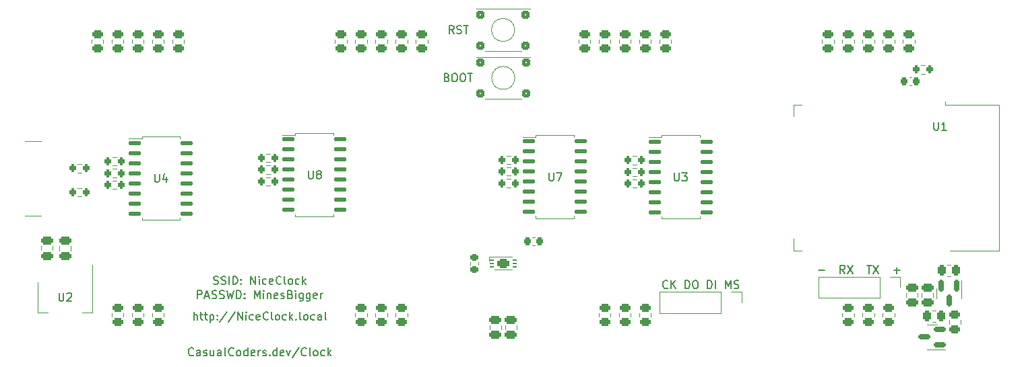
<source format=gbr>
%TF.GenerationSoftware,KiCad,Pcbnew,(6.0.9)*%
%TF.CreationDate,2022-12-22T16:46:14-05:00*%
%TF.ProjectId,Digital Clock PCB 2.0 Module Based,44696769-7461-46c2-9043-6c6f636b2050,rev?*%
%TF.SameCoordinates,Original*%
%TF.FileFunction,Legend,Top*%
%TF.FilePolarity,Positive*%
%FSLAX46Y46*%
G04 Gerber Fmt 4.6, Leading zero omitted, Abs format (unit mm)*
G04 Created by KiCad (PCBNEW (6.0.9)) date 2022-12-22 16:46:14*
%MOMM*%
%LPD*%
G01*
G04 APERTURE LIST*
G04 Aperture macros list*
%AMRoundRect*
0 Rectangle with rounded corners*
0 $1 Rounding radius*
0 $2 $3 $4 $5 $6 $7 $8 $9 X,Y pos of 4 corners*
0 Add a 4 corners polygon primitive as box body*
4,1,4,$2,$3,$4,$5,$6,$7,$8,$9,$2,$3,0*
0 Add four circle primitives for the rounded corners*
1,1,$1+$1,$2,$3*
1,1,$1+$1,$4,$5*
1,1,$1+$1,$6,$7*
1,1,$1+$1,$8,$9*
0 Add four rect primitives between the rounded corners*
20,1,$1+$1,$2,$3,$4,$5,0*
20,1,$1+$1,$4,$5,$6,$7,0*
20,1,$1+$1,$6,$7,$8,$9,0*
20,1,$1+$1,$8,$9,$2,$3,0*%
G04 Aperture macros list end*
%ADD10C,0.150000*%
%ADD11C,0.120000*%
%ADD12RoundRect,0.225000X0.225000X0.250000X-0.225000X0.250000X-0.225000X-0.250000X0.225000X-0.250000X0*%
%ADD13RoundRect,0.250000X0.450000X-0.262500X0.450000X0.262500X-0.450000X0.262500X-0.450000X-0.262500X0*%
%ADD14RoundRect,0.200000X-0.200000X-0.275000X0.200000X-0.275000X0.200000X0.275000X-0.200000X0.275000X0*%
%ADD15RoundRect,0.150000X0.587500X0.150000X-0.587500X0.150000X-0.587500X-0.150000X0.587500X-0.150000X0*%
%ADD16RoundRect,0.137500X-0.662500X-0.137500X0.662500X-0.137500X0.662500X0.137500X-0.662500X0.137500X0*%
%ADD17RoundRect,0.250000X-0.450000X0.262500X-0.450000X-0.262500X0.450000X-0.262500X0.450000X0.262500X0*%
%ADD18RoundRect,0.220000X-0.330000X-0.330000X0.330000X-0.330000X0.330000X0.330000X-0.330000X0.330000X0*%
%ADD19RoundRect,0.250000X0.475000X-0.250000X0.475000X0.250000X-0.475000X0.250000X-0.475000X-0.250000X0*%
%ADD20RoundRect,0.225000X-0.225000X-0.250000X0.225000X-0.250000X0.225000X0.250000X-0.225000X0.250000X0*%
%ADD21RoundRect,0.300000X-0.450000X0.300000X-0.450000X-0.300000X0.450000X-0.300000X0.450000X0.300000X0*%
%ADD22RoundRect,0.055000X-0.195000X0.055000X-0.195000X-0.055000X0.195000X-0.055000X0.195000X0.055000X0*%
%ADD23RoundRect,0.055000X0.195000X-0.055000X0.195000X0.055000X-0.195000X0.055000X-0.195000X-0.055000X0*%
%ADD24R,1.500000X2.000000*%
%ADD25R,3.800000X2.000000*%
%ADD26R,1.700000X1.700000*%
%ADD27O,1.700000X1.700000*%
%ADD28C,0.650000*%
%ADD29R,1.450000X0.600000*%
%ADD30R,1.450000X0.300000*%
%ADD31O,1.600000X1.000000*%
%ADD32O,2.100000X1.000000*%
%ADD33RoundRect,0.250000X0.262500X0.450000X-0.262500X0.450000X-0.262500X-0.450000X0.262500X-0.450000X0*%
%ADD34RoundRect,0.150000X-0.150000X0.587500X-0.150000X-0.587500X0.150000X-0.587500X0.150000X0.587500X0*%
%ADD35RoundRect,0.225000X-0.250000X0.225000X-0.250000X-0.225000X0.250000X-0.225000X0.250000X0.225000X0*%
%ADD36R,0.900000X1.500000*%
%ADD37R,1.500000X0.900000*%
%ADD38C,0.500000*%
%ADD39R,3.900000X3.900000*%
%ADD40C,1.500000*%
G04 APERTURE END LIST*
D10*
X169133285Y-121178580D02*
X169133285Y-120178580D01*
X169561857Y-121178580D02*
X169561857Y-120654771D01*
X169514238Y-120559533D01*
X169419000Y-120511914D01*
X169276142Y-120511914D01*
X169180904Y-120559533D01*
X169133285Y-120607152D01*
X169895190Y-120511914D02*
X170276142Y-120511914D01*
X170038047Y-120178580D02*
X170038047Y-121035723D01*
X170085666Y-121130961D01*
X170180904Y-121178580D01*
X170276142Y-121178580D01*
X170466619Y-120511914D02*
X170847571Y-120511914D01*
X170609476Y-120178580D02*
X170609476Y-121035723D01*
X170657095Y-121130961D01*
X170752333Y-121178580D01*
X170847571Y-121178580D01*
X171180904Y-120511914D02*
X171180904Y-121511914D01*
X171180904Y-120559533D02*
X171276142Y-120511914D01*
X171466619Y-120511914D01*
X171561857Y-120559533D01*
X171609476Y-120607152D01*
X171657095Y-120702390D01*
X171657095Y-120988104D01*
X171609476Y-121083342D01*
X171561857Y-121130961D01*
X171466619Y-121178580D01*
X171276142Y-121178580D01*
X171180904Y-121130961D01*
X172085666Y-121083342D02*
X172133285Y-121130961D01*
X172085666Y-121178580D01*
X172038047Y-121130961D01*
X172085666Y-121083342D01*
X172085666Y-121178580D01*
X172085666Y-120559533D02*
X172133285Y-120607152D01*
X172085666Y-120654771D01*
X172038047Y-120607152D01*
X172085666Y-120559533D01*
X172085666Y-120654771D01*
X173276142Y-120130961D02*
X172419000Y-121416676D01*
X174323761Y-120130961D02*
X173466619Y-121416676D01*
X174657095Y-121178580D02*
X174657095Y-120178580D01*
X175228523Y-121178580D01*
X175228523Y-120178580D01*
X175704714Y-121178580D02*
X175704714Y-120511914D01*
X175704714Y-120178580D02*
X175657095Y-120226200D01*
X175704714Y-120273819D01*
X175752333Y-120226200D01*
X175704714Y-120178580D01*
X175704714Y-120273819D01*
X176609476Y-121130961D02*
X176514238Y-121178580D01*
X176323761Y-121178580D01*
X176228523Y-121130961D01*
X176180904Y-121083342D01*
X176133285Y-120988104D01*
X176133285Y-120702390D01*
X176180904Y-120607152D01*
X176228523Y-120559533D01*
X176323761Y-120511914D01*
X176514238Y-120511914D01*
X176609476Y-120559533D01*
X177419000Y-121130961D02*
X177323761Y-121178580D01*
X177133285Y-121178580D01*
X177038047Y-121130961D01*
X176990428Y-121035723D01*
X176990428Y-120654771D01*
X177038047Y-120559533D01*
X177133285Y-120511914D01*
X177323761Y-120511914D01*
X177419000Y-120559533D01*
X177466619Y-120654771D01*
X177466619Y-120750009D01*
X176990428Y-120845247D01*
X178466619Y-121083342D02*
X178419000Y-121130961D01*
X178276142Y-121178580D01*
X178180904Y-121178580D01*
X178038047Y-121130961D01*
X177942809Y-121035723D01*
X177895190Y-120940485D01*
X177847571Y-120750009D01*
X177847571Y-120607152D01*
X177895190Y-120416676D01*
X177942809Y-120321438D01*
X178038047Y-120226200D01*
X178180904Y-120178580D01*
X178276142Y-120178580D01*
X178419000Y-120226200D01*
X178466619Y-120273819D01*
X179038047Y-121178580D02*
X178942809Y-121130961D01*
X178895190Y-121035723D01*
X178895190Y-120178580D01*
X179561857Y-121178580D02*
X179466619Y-121130961D01*
X179419000Y-121083342D01*
X179371380Y-120988104D01*
X179371380Y-120702390D01*
X179419000Y-120607152D01*
X179466619Y-120559533D01*
X179561857Y-120511914D01*
X179704714Y-120511914D01*
X179799952Y-120559533D01*
X179847571Y-120607152D01*
X179895190Y-120702390D01*
X179895190Y-120988104D01*
X179847571Y-121083342D01*
X179799952Y-121130961D01*
X179704714Y-121178580D01*
X179561857Y-121178580D01*
X180752333Y-121130961D02*
X180657095Y-121178580D01*
X180466619Y-121178580D01*
X180371380Y-121130961D01*
X180323761Y-121083342D01*
X180276142Y-120988104D01*
X180276142Y-120702390D01*
X180323761Y-120607152D01*
X180371380Y-120559533D01*
X180466619Y-120511914D01*
X180657095Y-120511914D01*
X180752333Y-120559533D01*
X181180904Y-121178580D02*
X181180904Y-120178580D01*
X181276142Y-120797628D02*
X181561857Y-121178580D01*
X181561857Y-120511914D02*
X181180904Y-120892866D01*
X181990428Y-121083342D02*
X182038047Y-121130961D01*
X181990428Y-121178580D01*
X181942809Y-121130961D01*
X181990428Y-121083342D01*
X181990428Y-121178580D01*
X182609476Y-121178580D02*
X182514238Y-121130961D01*
X182466619Y-121035723D01*
X182466619Y-120178580D01*
X183133285Y-121178580D02*
X183038047Y-121130961D01*
X182990428Y-121083342D01*
X182942809Y-120988104D01*
X182942809Y-120702390D01*
X182990428Y-120607152D01*
X183038047Y-120559533D01*
X183133285Y-120511914D01*
X183276142Y-120511914D01*
X183371380Y-120559533D01*
X183419000Y-120607152D01*
X183466619Y-120702390D01*
X183466619Y-120988104D01*
X183419000Y-121083342D01*
X183371380Y-121130961D01*
X183276142Y-121178580D01*
X183133285Y-121178580D01*
X184323761Y-121130961D02*
X184228523Y-121178580D01*
X184038047Y-121178580D01*
X183942809Y-121130961D01*
X183895190Y-121083342D01*
X183847571Y-120988104D01*
X183847571Y-120702390D01*
X183895190Y-120607152D01*
X183942809Y-120559533D01*
X184038047Y-120511914D01*
X184228523Y-120511914D01*
X184323761Y-120559533D01*
X185180904Y-121178580D02*
X185180904Y-120654771D01*
X185133285Y-120559533D01*
X185038047Y-120511914D01*
X184847571Y-120511914D01*
X184752333Y-120559533D01*
X185180904Y-121130961D02*
X185085666Y-121178580D01*
X184847571Y-121178580D01*
X184752333Y-121130961D01*
X184704714Y-121035723D01*
X184704714Y-120940485D01*
X184752333Y-120845247D01*
X184847571Y-120797628D01*
X185085666Y-120797628D01*
X185180904Y-120750009D01*
X185799952Y-121178580D02*
X185704714Y-121130961D01*
X185657095Y-121035723D01*
X185657095Y-120178580D01*
X169609476Y-118486180D02*
X169609476Y-117486180D01*
X169990428Y-117486180D01*
X170085666Y-117533800D01*
X170133285Y-117581419D01*
X170180904Y-117676657D01*
X170180904Y-117819514D01*
X170133285Y-117914752D01*
X170085666Y-117962371D01*
X169990428Y-118009990D01*
X169609476Y-118009990D01*
X170561857Y-118200466D02*
X171038047Y-118200466D01*
X170466619Y-118486180D02*
X170799952Y-117486180D01*
X171133285Y-118486180D01*
X171419000Y-118438561D02*
X171561857Y-118486180D01*
X171799952Y-118486180D01*
X171895190Y-118438561D01*
X171942809Y-118390942D01*
X171990428Y-118295704D01*
X171990428Y-118200466D01*
X171942809Y-118105228D01*
X171895190Y-118057609D01*
X171799952Y-118009990D01*
X171609476Y-117962371D01*
X171514238Y-117914752D01*
X171466619Y-117867133D01*
X171419000Y-117771895D01*
X171419000Y-117676657D01*
X171466619Y-117581419D01*
X171514238Y-117533800D01*
X171609476Y-117486180D01*
X171847571Y-117486180D01*
X171990428Y-117533800D01*
X172371380Y-118438561D02*
X172514238Y-118486180D01*
X172752333Y-118486180D01*
X172847571Y-118438561D01*
X172895190Y-118390942D01*
X172942809Y-118295704D01*
X172942809Y-118200466D01*
X172895190Y-118105228D01*
X172847571Y-118057609D01*
X172752333Y-118009990D01*
X172561857Y-117962371D01*
X172466619Y-117914752D01*
X172419000Y-117867133D01*
X172371380Y-117771895D01*
X172371380Y-117676657D01*
X172419000Y-117581419D01*
X172466619Y-117533800D01*
X172561857Y-117486180D01*
X172799952Y-117486180D01*
X172942809Y-117533800D01*
X173276142Y-117486180D02*
X173514238Y-118486180D01*
X173704714Y-117771895D01*
X173895190Y-118486180D01*
X174133285Y-117486180D01*
X174514238Y-118486180D02*
X174514238Y-117486180D01*
X174752333Y-117486180D01*
X174895190Y-117533800D01*
X174990428Y-117629038D01*
X175038047Y-117724276D01*
X175085666Y-117914752D01*
X175085666Y-118057609D01*
X175038047Y-118248085D01*
X174990428Y-118343323D01*
X174895190Y-118438561D01*
X174752333Y-118486180D01*
X174514238Y-118486180D01*
X175514238Y-118390942D02*
X175561857Y-118438561D01*
X175514238Y-118486180D01*
X175466619Y-118438561D01*
X175514238Y-118390942D01*
X175514238Y-118486180D01*
X175514238Y-117867133D02*
X175561857Y-117914752D01*
X175514238Y-117962371D01*
X175466619Y-117914752D01*
X175514238Y-117867133D01*
X175514238Y-117962371D01*
X176752333Y-118486180D02*
X176752333Y-117486180D01*
X177085666Y-118200466D01*
X177419000Y-117486180D01*
X177419000Y-118486180D01*
X177895190Y-118486180D02*
X177895190Y-117819514D01*
X177895190Y-117486180D02*
X177847571Y-117533800D01*
X177895190Y-117581419D01*
X177942809Y-117533800D01*
X177895190Y-117486180D01*
X177895190Y-117581419D01*
X178371380Y-117819514D02*
X178371380Y-118486180D01*
X178371380Y-117914752D02*
X178419000Y-117867133D01*
X178514238Y-117819514D01*
X178657095Y-117819514D01*
X178752333Y-117867133D01*
X178799952Y-117962371D01*
X178799952Y-118486180D01*
X179657095Y-118438561D02*
X179561857Y-118486180D01*
X179371380Y-118486180D01*
X179276142Y-118438561D01*
X179228523Y-118343323D01*
X179228523Y-117962371D01*
X179276142Y-117867133D01*
X179371380Y-117819514D01*
X179561857Y-117819514D01*
X179657095Y-117867133D01*
X179704714Y-117962371D01*
X179704714Y-118057609D01*
X179228523Y-118152847D01*
X180085666Y-118438561D02*
X180180904Y-118486180D01*
X180371380Y-118486180D01*
X180466619Y-118438561D01*
X180514238Y-118343323D01*
X180514238Y-118295704D01*
X180466619Y-118200466D01*
X180371380Y-118152847D01*
X180228523Y-118152847D01*
X180133285Y-118105228D01*
X180085666Y-118009990D01*
X180085666Y-117962371D01*
X180133285Y-117867133D01*
X180228523Y-117819514D01*
X180371380Y-117819514D01*
X180466619Y-117867133D01*
X181276142Y-117962371D02*
X181419000Y-118009990D01*
X181466619Y-118057609D01*
X181514238Y-118152847D01*
X181514238Y-118295704D01*
X181466619Y-118390942D01*
X181419000Y-118438561D01*
X181323761Y-118486180D01*
X180942809Y-118486180D01*
X180942809Y-117486180D01*
X181276142Y-117486180D01*
X181371380Y-117533800D01*
X181419000Y-117581419D01*
X181466619Y-117676657D01*
X181466619Y-117771895D01*
X181419000Y-117867133D01*
X181371380Y-117914752D01*
X181276142Y-117962371D01*
X180942809Y-117962371D01*
X181942809Y-118486180D02*
X181942809Y-117819514D01*
X181942809Y-117486180D02*
X181895190Y-117533800D01*
X181942809Y-117581419D01*
X181990428Y-117533800D01*
X181942809Y-117486180D01*
X181942809Y-117581419D01*
X182847571Y-117819514D02*
X182847571Y-118629038D01*
X182799952Y-118724276D01*
X182752333Y-118771895D01*
X182657095Y-118819514D01*
X182514238Y-118819514D01*
X182419000Y-118771895D01*
X182847571Y-118438561D02*
X182752333Y-118486180D01*
X182561857Y-118486180D01*
X182466619Y-118438561D01*
X182419000Y-118390942D01*
X182371380Y-118295704D01*
X182371380Y-118009990D01*
X182419000Y-117914752D01*
X182466619Y-117867133D01*
X182561857Y-117819514D01*
X182752333Y-117819514D01*
X182847571Y-117867133D01*
X183752333Y-117819514D02*
X183752333Y-118629038D01*
X183704714Y-118724276D01*
X183657095Y-118771895D01*
X183561857Y-118819514D01*
X183419000Y-118819514D01*
X183323761Y-118771895D01*
X183752333Y-118438561D02*
X183657095Y-118486180D01*
X183466619Y-118486180D01*
X183371380Y-118438561D01*
X183323761Y-118390942D01*
X183276142Y-118295704D01*
X183276142Y-118009990D01*
X183323761Y-117914752D01*
X183371380Y-117867133D01*
X183466619Y-117819514D01*
X183657095Y-117819514D01*
X183752333Y-117867133D01*
X184609476Y-118438561D02*
X184514238Y-118486180D01*
X184323761Y-118486180D01*
X184228523Y-118438561D01*
X184180904Y-118343323D01*
X184180904Y-117962371D01*
X184228523Y-117867133D01*
X184323761Y-117819514D01*
X184514238Y-117819514D01*
X184609476Y-117867133D01*
X184657095Y-117962371D01*
X184657095Y-118057609D01*
X184180904Y-118152847D01*
X185085666Y-118486180D02*
X185085666Y-117819514D01*
X185085666Y-118009990D02*
X185133285Y-117914752D01*
X185180904Y-117867133D01*
X185276142Y-117819514D01*
X185371380Y-117819514D01*
X171633285Y-116635161D02*
X171776142Y-116682780D01*
X172014238Y-116682780D01*
X172109476Y-116635161D01*
X172157095Y-116587542D01*
X172204714Y-116492304D01*
X172204714Y-116397066D01*
X172157095Y-116301828D01*
X172109476Y-116254209D01*
X172014238Y-116206590D01*
X171823761Y-116158971D01*
X171728523Y-116111352D01*
X171680904Y-116063733D01*
X171633285Y-115968495D01*
X171633285Y-115873257D01*
X171680904Y-115778019D01*
X171728523Y-115730400D01*
X171823761Y-115682780D01*
X172061857Y-115682780D01*
X172204714Y-115730400D01*
X172585666Y-116635161D02*
X172728523Y-116682780D01*
X172966619Y-116682780D01*
X173061857Y-116635161D01*
X173109476Y-116587542D01*
X173157095Y-116492304D01*
X173157095Y-116397066D01*
X173109476Y-116301828D01*
X173061857Y-116254209D01*
X172966619Y-116206590D01*
X172776142Y-116158971D01*
X172680904Y-116111352D01*
X172633285Y-116063733D01*
X172585666Y-115968495D01*
X172585666Y-115873257D01*
X172633285Y-115778019D01*
X172680904Y-115730400D01*
X172776142Y-115682780D01*
X173014238Y-115682780D01*
X173157095Y-115730400D01*
X173585666Y-116682780D02*
X173585666Y-115682780D01*
X174061857Y-116682780D02*
X174061857Y-115682780D01*
X174299952Y-115682780D01*
X174442809Y-115730400D01*
X174538047Y-115825638D01*
X174585666Y-115920876D01*
X174633285Y-116111352D01*
X174633285Y-116254209D01*
X174585666Y-116444685D01*
X174538047Y-116539923D01*
X174442809Y-116635161D01*
X174299952Y-116682780D01*
X174061857Y-116682780D01*
X175061857Y-116587542D02*
X175109476Y-116635161D01*
X175061857Y-116682780D01*
X175014238Y-116635161D01*
X175061857Y-116587542D01*
X175061857Y-116682780D01*
X175061857Y-116063733D02*
X175109476Y-116111352D01*
X175061857Y-116158971D01*
X175014238Y-116111352D01*
X175061857Y-116063733D01*
X175061857Y-116158971D01*
X176299952Y-116682780D02*
X176299952Y-115682780D01*
X176871380Y-116682780D01*
X176871380Y-115682780D01*
X177347571Y-116682780D02*
X177347571Y-116016114D01*
X177347571Y-115682780D02*
X177299952Y-115730400D01*
X177347571Y-115778019D01*
X177395190Y-115730400D01*
X177347571Y-115682780D01*
X177347571Y-115778019D01*
X178252333Y-116635161D02*
X178157095Y-116682780D01*
X177966619Y-116682780D01*
X177871380Y-116635161D01*
X177823761Y-116587542D01*
X177776142Y-116492304D01*
X177776142Y-116206590D01*
X177823761Y-116111352D01*
X177871380Y-116063733D01*
X177966619Y-116016114D01*
X178157095Y-116016114D01*
X178252333Y-116063733D01*
X179061857Y-116635161D02*
X178966619Y-116682780D01*
X178776142Y-116682780D01*
X178680904Y-116635161D01*
X178633285Y-116539923D01*
X178633285Y-116158971D01*
X178680904Y-116063733D01*
X178776142Y-116016114D01*
X178966619Y-116016114D01*
X179061857Y-116063733D01*
X179109476Y-116158971D01*
X179109476Y-116254209D01*
X178633285Y-116349447D01*
X180109476Y-116587542D02*
X180061857Y-116635161D01*
X179919000Y-116682780D01*
X179823761Y-116682780D01*
X179680904Y-116635161D01*
X179585666Y-116539923D01*
X179538047Y-116444685D01*
X179490428Y-116254209D01*
X179490428Y-116111352D01*
X179538047Y-115920876D01*
X179585666Y-115825638D01*
X179680904Y-115730400D01*
X179823761Y-115682780D01*
X179919000Y-115682780D01*
X180061857Y-115730400D01*
X180109476Y-115778019D01*
X180680904Y-116682780D02*
X180585666Y-116635161D01*
X180538047Y-116539923D01*
X180538047Y-115682780D01*
X181204714Y-116682780D02*
X181109476Y-116635161D01*
X181061857Y-116587542D01*
X181014238Y-116492304D01*
X181014238Y-116206590D01*
X181061857Y-116111352D01*
X181109476Y-116063733D01*
X181204714Y-116016114D01*
X181347571Y-116016114D01*
X181442809Y-116063733D01*
X181490428Y-116111352D01*
X181538047Y-116206590D01*
X181538047Y-116492304D01*
X181490428Y-116587542D01*
X181442809Y-116635161D01*
X181347571Y-116682780D01*
X181204714Y-116682780D01*
X182395190Y-116635161D02*
X182299952Y-116682780D01*
X182109476Y-116682780D01*
X182014238Y-116635161D01*
X181966619Y-116587542D01*
X181919000Y-116492304D01*
X181919000Y-116206590D01*
X181966619Y-116111352D01*
X182014238Y-116063733D01*
X182109476Y-116016114D01*
X182299952Y-116016114D01*
X182395190Y-116063733D01*
X182823761Y-116682780D02*
X182823761Y-115682780D01*
X182919000Y-116301828D02*
X183204714Y-116682780D01*
X183204714Y-116016114D02*
X182823761Y-116397066D01*
X169085666Y-125604542D02*
X169038047Y-125652161D01*
X168895190Y-125699780D01*
X168799952Y-125699780D01*
X168657095Y-125652161D01*
X168561857Y-125556923D01*
X168514238Y-125461685D01*
X168466619Y-125271209D01*
X168466619Y-125128352D01*
X168514238Y-124937876D01*
X168561857Y-124842638D01*
X168657095Y-124747400D01*
X168799952Y-124699780D01*
X168895190Y-124699780D01*
X169038047Y-124747400D01*
X169085666Y-124795019D01*
X169942809Y-125699780D02*
X169942809Y-125175971D01*
X169895190Y-125080733D01*
X169799952Y-125033114D01*
X169609476Y-125033114D01*
X169514238Y-125080733D01*
X169942809Y-125652161D02*
X169847571Y-125699780D01*
X169609476Y-125699780D01*
X169514238Y-125652161D01*
X169466619Y-125556923D01*
X169466619Y-125461685D01*
X169514238Y-125366447D01*
X169609476Y-125318828D01*
X169847571Y-125318828D01*
X169942809Y-125271209D01*
X170371380Y-125652161D02*
X170466619Y-125699780D01*
X170657095Y-125699780D01*
X170752333Y-125652161D01*
X170799952Y-125556923D01*
X170799952Y-125509304D01*
X170752333Y-125414066D01*
X170657095Y-125366447D01*
X170514238Y-125366447D01*
X170419000Y-125318828D01*
X170371380Y-125223590D01*
X170371380Y-125175971D01*
X170419000Y-125080733D01*
X170514238Y-125033114D01*
X170657095Y-125033114D01*
X170752333Y-125080733D01*
X171657095Y-125033114D02*
X171657095Y-125699780D01*
X171228523Y-125033114D02*
X171228523Y-125556923D01*
X171276142Y-125652161D01*
X171371380Y-125699780D01*
X171514238Y-125699780D01*
X171609476Y-125652161D01*
X171657095Y-125604542D01*
X172561857Y-125699780D02*
X172561857Y-125175971D01*
X172514238Y-125080733D01*
X172419000Y-125033114D01*
X172228523Y-125033114D01*
X172133285Y-125080733D01*
X172561857Y-125652161D02*
X172466619Y-125699780D01*
X172228523Y-125699780D01*
X172133285Y-125652161D01*
X172085666Y-125556923D01*
X172085666Y-125461685D01*
X172133285Y-125366447D01*
X172228523Y-125318828D01*
X172466619Y-125318828D01*
X172561857Y-125271209D01*
X173180904Y-125699780D02*
X173085666Y-125652161D01*
X173038047Y-125556923D01*
X173038047Y-124699780D01*
X174133285Y-125604542D02*
X174085666Y-125652161D01*
X173942809Y-125699780D01*
X173847571Y-125699780D01*
X173704714Y-125652161D01*
X173609476Y-125556923D01*
X173561857Y-125461685D01*
X173514238Y-125271209D01*
X173514238Y-125128352D01*
X173561857Y-124937876D01*
X173609476Y-124842638D01*
X173704714Y-124747400D01*
X173847571Y-124699780D01*
X173942809Y-124699780D01*
X174085666Y-124747400D01*
X174133285Y-124795019D01*
X174704714Y-125699780D02*
X174609476Y-125652161D01*
X174561857Y-125604542D01*
X174514238Y-125509304D01*
X174514238Y-125223590D01*
X174561857Y-125128352D01*
X174609476Y-125080733D01*
X174704714Y-125033114D01*
X174847571Y-125033114D01*
X174942809Y-125080733D01*
X174990428Y-125128352D01*
X175038047Y-125223590D01*
X175038047Y-125509304D01*
X174990428Y-125604542D01*
X174942809Y-125652161D01*
X174847571Y-125699780D01*
X174704714Y-125699780D01*
X175895190Y-125699780D02*
X175895190Y-124699780D01*
X175895190Y-125652161D02*
X175799952Y-125699780D01*
X175609476Y-125699780D01*
X175514238Y-125652161D01*
X175466619Y-125604542D01*
X175419000Y-125509304D01*
X175419000Y-125223590D01*
X175466619Y-125128352D01*
X175514238Y-125080733D01*
X175609476Y-125033114D01*
X175799952Y-125033114D01*
X175895190Y-125080733D01*
X176752333Y-125652161D02*
X176657095Y-125699780D01*
X176466619Y-125699780D01*
X176371380Y-125652161D01*
X176323761Y-125556923D01*
X176323761Y-125175971D01*
X176371380Y-125080733D01*
X176466619Y-125033114D01*
X176657095Y-125033114D01*
X176752333Y-125080733D01*
X176799952Y-125175971D01*
X176799952Y-125271209D01*
X176323761Y-125366447D01*
X177228523Y-125699780D02*
X177228523Y-125033114D01*
X177228523Y-125223590D02*
X177276142Y-125128352D01*
X177323761Y-125080733D01*
X177419000Y-125033114D01*
X177514238Y-125033114D01*
X177799952Y-125652161D02*
X177895190Y-125699780D01*
X178085666Y-125699780D01*
X178180904Y-125652161D01*
X178228523Y-125556923D01*
X178228523Y-125509304D01*
X178180904Y-125414066D01*
X178085666Y-125366447D01*
X177942809Y-125366447D01*
X177847571Y-125318828D01*
X177799952Y-125223590D01*
X177799952Y-125175971D01*
X177847571Y-125080733D01*
X177942809Y-125033114D01*
X178085666Y-125033114D01*
X178180904Y-125080733D01*
X178657095Y-125604542D02*
X178704714Y-125652161D01*
X178657095Y-125699780D01*
X178609476Y-125652161D01*
X178657095Y-125604542D01*
X178657095Y-125699780D01*
X179561857Y-125699780D02*
X179561857Y-124699780D01*
X179561857Y-125652161D02*
X179466619Y-125699780D01*
X179276142Y-125699780D01*
X179180904Y-125652161D01*
X179133285Y-125604542D01*
X179085666Y-125509304D01*
X179085666Y-125223590D01*
X179133285Y-125128352D01*
X179180904Y-125080733D01*
X179276142Y-125033114D01*
X179466619Y-125033114D01*
X179561857Y-125080733D01*
X180419000Y-125652161D02*
X180323761Y-125699780D01*
X180133285Y-125699780D01*
X180038047Y-125652161D01*
X179990428Y-125556923D01*
X179990428Y-125175971D01*
X180038047Y-125080733D01*
X180133285Y-125033114D01*
X180323761Y-125033114D01*
X180419000Y-125080733D01*
X180466619Y-125175971D01*
X180466619Y-125271209D01*
X179990428Y-125366447D01*
X180799952Y-125033114D02*
X181038047Y-125699780D01*
X181276142Y-125033114D01*
X182371380Y-124652161D02*
X181514238Y-125937876D01*
X183276142Y-125604542D02*
X183228523Y-125652161D01*
X183085666Y-125699780D01*
X182990428Y-125699780D01*
X182847571Y-125652161D01*
X182752333Y-125556923D01*
X182704714Y-125461685D01*
X182657095Y-125271209D01*
X182657095Y-125128352D01*
X182704714Y-124937876D01*
X182752333Y-124842638D01*
X182847571Y-124747400D01*
X182990428Y-124699780D01*
X183085666Y-124699780D01*
X183228523Y-124747400D01*
X183276142Y-124795019D01*
X183847571Y-125699780D02*
X183752333Y-125652161D01*
X183704714Y-125556923D01*
X183704714Y-124699780D01*
X184371380Y-125699780D02*
X184276142Y-125652161D01*
X184228523Y-125604542D01*
X184180904Y-125509304D01*
X184180904Y-125223590D01*
X184228523Y-125128352D01*
X184276142Y-125080733D01*
X184371380Y-125033114D01*
X184514238Y-125033114D01*
X184609476Y-125080733D01*
X184657095Y-125128352D01*
X184704714Y-125223590D01*
X184704714Y-125509304D01*
X184657095Y-125604542D01*
X184609476Y-125652161D01*
X184514238Y-125699780D01*
X184371380Y-125699780D01*
X185561857Y-125652161D02*
X185466619Y-125699780D01*
X185276142Y-125699780D01*
X185180904Y-125652161D01*
X185133285Y-125604542D01*
X185085666Y-125509304D01*
X185085666Y-125223590D01*
X185133285Y-125128352D01*
X185180904Y-125080733D01*
X185276142Y-125033114D01*
X185466619Y-125033114D01*
X185561857Y-125080733D01*
X185990428Y-125699780D02*
X185990428Y-124699780D01*
X186085666Y-125318828D02*
X186371380Y-125699780D01*
X186371380Y-125033114D02*
X185990428Y-125414066D01*
X200953857Y-90631971D02*
X201096714Y-90679590D01*
X201144333Y-90727209D01*
X201191952Y-90822447D01*
X201191952Y-90965304D01*
X201144333Y-91060542D01*
X201096714Y-91108161D01*
X201001476Y-91155780D01*
X200620523Y-91155780D01*
X200620523Y-90155780D01*
X200953857Y-90155780D01*
X201049095Y-90203400D01*
X201096714Y-90251019D01*
X201144333Y-90346257D01*
X201144333Y-90441495D01*
X201096714Y-90536733D01*
X201049095Y-90584352D01*
X200953857Y-90631971D01*
X200620523Y-90631971D01*
X201811000Y-90155780D02*
X202001476Y-90155780D01*
X202096714Y-90203400D01*
X202191952Y-90298638D01*
X202239571Y-90489114D01*
X202239571Y-90822447D01*
X202191952Y-91012923D01*
X202096714Y-91108161D01*
X202001476Y-91155780D01*
X201811000Y-91155780D01*
X201715761Y-91108161D01*
X201620523Y-91012923D01*
X201572904Y-90822447D01*
X201572904Y-90489114D01*
X201620523Y-90298638D01*
X201715761Y-90203400D01*
X201811000Y-90155780D01*
X202858619Y-90155780D02*
X203049095Y-90155780D01*
X203144333Y-90203400D01*
X203239571Y-90298638D01*
X203287190Y-90489114D01*
X203287190Y-90822447D01*
X203239571Y-91012923D01*
X203144333Y-91108161D01*
X203049095Y-91155780D01*
X202858619Y-91155780D01*
X202763380Y-91108161D01*
X202668142Y-91012923D01*
X202620523Y-90822447D01*
X202620523Y-90489114D01*
X202668142Y-90298638D01*
X202763380Y-90203400D01*
X202858619Y-90155780D01*
X203572904Y-90155780D02*
X204144333Y-90155780D01*
X203858619Y-91155780D02*
X203858619Y-90155780D01*
X201814180Y-85110580D02*
X201480847Y-84634390D01*
X201242752Y-85110580D02*
X201242752Y-84110580D01*
X201623704Y-84110580D01*
X201718942Y-84158200D01*
X201766561Y-84205819D01*
X201814180Y-84301057D01*
X201814180Y-84443914D01*
X201766561Y-84539152D01*
X201718942Y-84586771D01*
X201623704Y-84634390D01*
X201242752Y-84634390D01*
X202195133Y-85062961D02*
X202337990Y-85110580D01*
X202576085Y-85110580D01*
X202671323Y-85062961D01*
X202718942Y-85015342D01*
X202766561Y-84920104D01*
X202766561Y-84824866D01*
X202718942Y-84729628D01*
X202671323Y-84682009D01*
X202576085Y-84634390D01*
X202385609Y-84586771D01*
X202290371Y-84539152D01*
X202242752Y-84491533D01*
X202195133Y-84396295D01*
X202195133Y-84301057D01*
X202242752Y-84205819D01*
X202290371Y-84158200D01*
X202385609Y-84110580D01*
X202623704Y-84110580D01*
X202766561Y-84158200D01*
X203052276Y-84110580D02*
X203623704Y-84110580D01*
X203337990Y-85110580D02*
X203337990Y-84110580D01*
X228698942Y-117120942D02*
X228651323Y-117168561D01*
X228508466Y-117216180D01*
X228413228Y-117216180D01*
X228270371Y-117168561D01*
X228175133Y-117073323D01*
X228127514Y-116978085D01*
X228079895Y-116787609D01*
X228079895Y-116644752D01*
X228127514Y-116454276D01*
X228175133Y-116359038D01*
X228270371Y-116263800D01*
X228413228Y-116216180D01*
X228508466Y-116216180D01*
X228651323Y-116263800D01*
X228698942Y-116311419D01*
X229127514Y-117216180D02*
X229127514Y-116216180D01*
X229698942Y-117216180D02*
X229270371Y-116644752D01*
X229698942Y-116216180D02*
X229127514Y-116787609D01*
X230889419Y-117216180D02*
X230889419Y-116216180D01*
X231127514Y-116216180D01*
X231270371Y-116263800D01*
X231365609Y-116359038D01*
X231413228Y-116454276D01*
X231460847Y-116644752D01*
X231460847Y-116787609D01*
X231413228Y-116978085D01*
X231365609Y-117073323D01*
X231270371Y-117168561D01*
X231127514Y-117216180D01*
X230889419Y-117216180D01*
X232079895Y-116216180D02*
X232270371Y-116216180D01*
X232365609Y-116263800D01*
X232460847Y-116359038D01*
X232508466Y-116549514D01*
X232508466Y-116882847D01*
X232460847Y-117073323D01*
X232365609Y-117168561D01*
X232270371Y-117216180D01*
X232079895Y-117216180D01*
X231984657Y-117168561D01*
X231889419Y-117073323D01*
X231841800Y-116882847D01*
X231841800Y-116549514D01*
X231889419Y-116359038D01*
X231984657Y-116263800D01*
X232079895Y-116216180D01*
X233698942Y-117216180D02*
X233698942Y-116216180D01*
X233937038Y-116216180D01*
X234079895Y-116263800D01*
X234175133Y-116359038D01*
X234222752Y-116454276D01*
X234270371Y-116644752D01*
X234270371Y-116787609D01*
X234222752Y-116978085D01*
X234175133Y-117073323D01*
X234079895Y-117168561D01*
X233937038Y-117216180D01*
X233698942Y-117216180D01*
X234698942Y-117216180D02*
X234698942Y-116216180D01*
X235937038Y-117216180D02*
X235937038Y-116216180D01*
X236270371Y-116930466D01*
X236603704Y-116216180D01*
X236603704Y-117216180D01*
X237032276Y-117168561D02*
X237175133Y-117216180D01*
X237413228Y-117216180D01*
X237508466Y-117168561D01*
X237556085Y-117120942D01*
X237603704Y-117025704D01*
X237603704Y-116930466D01*
X237556085Y-116835228D01*
X237508466Y-116787609D01*
X237413228Y-116739990D01*
X237222752Y-116692371D01*
X237127514Y-116644752D01*
X237079895Y-116597133D01*
X237032276Y-116501895D01*
X237032276Y-116406657D01*
X237079895Y-116311419D01*
X237127514Y-116263800D01*
X237222752Y-116216180D01*
X237460847Y-116216180D01*
X237603704Y-116263800D01*
X247636352Y-114930228D02*
X248398257Y-114930228D01*
X250969685Y-115311180D02*
X250636352Y-114834990D01*
X250398257Y-115311180D02*
X250398257Y-114311180D01*
X250779209Y-114311180D01*
X250874447Y-114358800D01*
X250922066Y-114406419D01*
X250969685Y-114501657D01*
X250969685Y-114644514D01*
X250922066Y-114739752D01*
X250874447Y-114787371D01*
X250779209Y-114834990D01*
X250398257Y-114834990D01*
X251303019Y-114311180D02*
X251969685Y-115311180D01*
X251969685Y-114311180D02*
X251303019Y-115311180D01*
X253731590Y-114311180D02*
X254303019Y-114311180D01*
X254017304Y-115311180D02*
X254017304Y-114311180D01*
X254541114Y-114311180D02*
X255207780Y-115311180D01*
X255207780Y-114311180D02*
X254541114Y-115311180D01*
X257112542Y-114930228D02*
X257874447Y-114930228D01*
X257493495Y-115311180D02*
X257493495Y-114549276D01*
%TO.C,U3*%
X229539895Y-102677980D02*
X229539895Y-103487504D01*
X229587514Y-103582742D01*
X229635133Y-103630361D01*
X229730371Y-103677980D01*
X229920847Y-103677980D01*
X230016085Y-103630361D01*
X230063704Y-103582742D01*
X230111323Y-103487504D01*
X230111323Y-102677980D01*
X230492276Y-102677980D02*
X231111323Y-102677980D01*
X230777990Y-103058933D01*
X230920847Y-103058933D01*
X231016085Y-103106552D01*
X231063704Y-103154171D01*
X231111323Y-103249409D01*
X231111323Y-103487504D01*
X231063704Y-103582742D01*
X231016085Y-103630361D01*
X230920847Y-103677980D01*
X230635133Y-103677980D01*
X230539895Y-103630361D01*
X230492276Y-103582742D01*
%TO.C,U8*%
X183565895Y-102398580D02*
X183565895Y-103208104D01*
X183613514Y-103303342D01*
X183661133Y-103350961D01*
X183756371Y-103398580D01*
X183946847Y-103398580D01*
X184042085Y-103350961D01*
X184089704Y-103303342D01*
X184137323Y-103208104D01*
X184137323Y-102398580D01*
X184756371Y-102827152D02*
X184661133Y-102779533D01*
X184613514Y-102731914D01*
X184565895Y-102636676D01*
X184565895Y-102589057D01*
X184613514Y-102493819D01*
X184661133Y-102446200D01*
X184756371Y-102398580D01*
X184946847Y-102398580D01*
X185042085Y-102446200D01*
X185089704Y-102493819D01*
X185137323Y-102589057D01*
X185137323Y-102636676D01*
X185089704Y-102731914D01*
X185042085Y-102779533D01*
X184946847Y-102827152D01*
X184756371Y-102827152D01*
X184661133Y-102874771D01*
X184613514Y-102922390D01*
X184565895Y-103017628D01*
X184565895Y-103208104D01*
X184613514Y-103303342D01*
X184661133Y-103350961D01*
X184756371Y-103398580D01*
X184946847Y-103398580D01*
X185042085Y-103350961D01*
X185089704Y-103303342D01*
X185137323Y-103208104D01*
X185137323Y-103017628D01*
X185089704Y-102922390D01*
X185042085Y-102874771D01*
X184946847Y-102827152D01*
%TO.C,U2*%
X152196895Y-117790980D02*
X152196895Y-118600504D01*
X152244514Y-118695742D01*
X152292133Y-118743361D01*
X152387371Y-118790980D01*
X152577847Y-118790980D01*
X152673085Y-118743361D01*
X152720704Y-118695742D01*
X152768323Y-118600504D01*
X152768323Y-117790980D01*
X153196895Y-117886219D02*
X153244514Y-117838600D01*
X153339752Y-117790980D01*
X153577847Y-117790980D01*
X153673085Y-117838600D01*
X153720704Y-117886219D01*
X153768323Y-117981457D01*
X153768323Y-118076695D01*
X153720704Y-118219552D01*
X153149276Y-118790980D01*
X153768323Y-118790980D01*
%TO.C,U7*%
X213791895Y-102652580D02*
X213791895Y-103462104D01*
X213839514Y-103557342D01*
X213887133Y-103604961D01*
X213982371Y-103652580D01*
X214172847Y-103652580D01*
X214268085Y-103604961D01*
X214315704Y-103557342D01*
X214363323Y-103462104D01*
X214363323Y-102652580D01*
X214744276Y-102652580D02*
X215410942Y-102652580D01*
X214982371Y-103652580D01*
%TO.C,U1*%
X262153495Y-96277180D02*
X262153495Y-97086704D01*
X262201114Y-97181942D01*
X262248733Y-97229561D01*
X262343971Y-97277180D01*
X262534447Y-97277180D01*
X262629685Y-97229561D01*
X262677304Y-97181942D01*
X262724923Y-97086704D01*
X262724923Y-96277180D01*
X263724923Y-97277180D02*
X263153495Y-97277180D01*
X263439209Y-97277180D02*
X263439209Y-96277180D01*
X263343971Y-96420038D01*
X263248733Y-96515276D01*
X263153495Y-96562895D01*
%TO.C,U4*%
X164236495Y-102804980D02*
X164236495Y-103614504D01*
X164284114Y-103709742D01*
X164331733Y-103757361D01*
X164426971Y-103804980D01*
X164617447Y-103804980D01*
X164712685Y-103757361D01*
X164760304Y-103709742D01*
X164807923Y-103614504D01*
X164807923Y-102804980D01*
X165712685Y-103138314D02*
X165712685Y-103804980D01*
X165474590Y-102757361D02*
X165236495Y-103471647D01*
X165855542Y-103471647D01*
D11*
%TO.C,C3*%
X259322180Y-90599800D02*
X259041020Y-90599800D01*
X259322180Y-91619800D02*
X259041020Y-91619800D01*
%TO.C,R41*%
X229131800Y-86333064D02*
X229131800Y-85878936D01*
X227661800Y-86333064D02*
X227661800Y-85878936D01*
%TO.C,R3*%
X260544542Y-89114100D02*
X261019058Y-89114100D01*
X260544542Y-90159100D02*
X261019058Y-90159100D01*
%TO.C,Q1*%
X261920600Y-124902400D02*
X263595600Y-124902400D01*
X261920600Y-124902400D02*
X261270600Y-124902400D01*
X261920600Y-121782400D02*
X262570600Y-121782400D01*
X261920600Y-121782400D02*
X261270600Y-121782400D01*
%TO.C,R12*%
X158944542Y-103642900D02*
X159419058Y-103642900D01*
X158944542Y-104687900D02*
X159419058Y-104687900D01*
%TO.C,R33*%
X208474542Y-101966500D02*
X208949058Y-101966500D01*
X208474542Y-103011500D02*
X208949058Y-103011500D01*
%TO.C,R27*%
X167917800Y-86333064D02*
X167917800Y-85878936D01*
X166447800Y-86333064D02*
X166447800Y-85878936D01*
%TO.C,U3*%
X230327200Y-108434800D02*
X232712200Y-108434800D01*
X230327200Y-97914800D02*
X227942200Y-97914800D01*
X232712200Y-108434800D02*
X232712200Y-108154800D01*
X232712200Y-97914800D02*
X232712200Y-98194800D01*
X227942200Y-108434800D02*
X227942200Y-108154800D01*
X227942200Y-98194800D02*
X226277200Y-98194800D01*
X227942200Y-97914800D02*
X227942200Y-98194800D01*
X230327200Y-108434800D02*
X227942200Y-108434800D01*
X230327200Y-97914800D02*
X232712200Y-97914800D01*
%TO.C,R24*%
X161367800Y-120321336D02*
X161367800Y-120775464D01*
X162837800Y-120321336D02*
X162837800Y-120775464D01*
%TO.C,R2*%
X154524942Y-105602300D02*
X154999458Y-105602300D01*
X154524942Y-104557300D02*
X154999458Y-104557300D01*
%TO.C,R1*%
X154524942Y-102605100D02*
X154999458Y-102605100D01*
X154524942Y-101560100D02*
X154999458Y-101560100D01*
%TO.C,R49*%
X198524800Y-86333064D02*
X198524800Y-85878936D01*
X197054800Y-86333064D02*
X197054800Y-85878936D01*
%TO.C,SW2*%
X204600600Y-82008200D02*
X211400600Y-82008200D01*
X205700600Y-87308200D02*
X210300600Y-87308200D01*
X209450600Y-84658200D02*
G75*
G03*
X209450600Y-84658200I-1450000J0D01*
G01*
%TO.C,R46*%
X193444800Y-120321336D02*
X193444800Y-120775464D01*
X191974800Y-120321336D02*
X191974800Y-120775464D01*
%TO.C,R20*%
X254658800Y-86333064D02*
X254658800Y-85878936D01*
X253188800Y-86333064D02*
X253188800Y-85878936D01*
%TO.C,R44*%
X188364800Y-86333064D02*
X188364800Y-85878936D01*
X186894800Y-86333064D02*
X186894800Y-85878936D01*
%TO.C,R15*%
X250648800Y-120321336D02*
X250648800Y-120775464D01*
X252118800Y-120321336D02*
X252118800Y-120775464D01*
%TO.C,R32*%
X208474542Y-100493300D02*
X208949058Y-100493300D01*
X208474542Y-101538300D02*
X208949058Y-101538300D01*
%TO.C,R29*%
X178248542Y-100264700D02*
X178723058Y-100264700D01*
X178248542Y-101309700D02*
X178723058Y-101309700D01*
%TO.C,R5*%
X264058100Y-121664464D02*
X264058100Y-121210336D01*
X265528100Y-121664464D02*
X265528100Y-121210336D01*
%TO.C,R21*%
X160297800Y-86333064D02*
X160297800Y-85878936D01*
X158827800Y-86333064D02*
X158827800Y-85878936D01*
%TO.C,R36*%
X218971800Y-86333064D02*
X218971800Y-85878936D01*
X217501800Y-86333064D02*
X217501800Y-85878936D01*
%TO.C,R50*%
X191974800Y-86333064D02*
X191974800Y-85878936D01*
X193444800Y-86333064D02*
X193444800Y-85878936D01*
%TO.C,U8*%
X184277000Y-108155400D02*
X181892000Y-108155400D01*
X184277000Y-97635400D02*
X181892000Y-97635400D01*
X181892000Y-97915400D02*
X180227000Y-97915400D01*
X181892000Y-97635400D02*
X181892000Y-97915400D01*
X186662000Y-97635400D02*
X186662000Y-97915400D01*
X186662000Y-108155400D02*
X186662000Y-107875400D01*
X184277000Y-108155400D02*
X186662000Y-108155400D01*
X181892000Y-108155400D02*
X181892000Y-107875400D01*
X184277000Y-97635400D02*
X186662000Y-97635400D01*
%TO.C,C9*%
X209726200Y-122384452D02*
X209726200Y-121861948D01*
X208256200Y-122384452D02*
X208256200Y-121861948D01*
%TO.C,R13*%
X250648800Y-86333064D02*
X250648800Y-85878936D01*
X252118800Y-86333064D02*
X252118800Y-85878936D01*
%TO.C,C8*%
X206300400Y-122384452D02*
X206300400Y-121861948D01*
X207770400Y-122384452D02*
X207770400Y-121861948D01*
%TO.C,R23*%
X158827800Y-120321336D02*
X158827800Y-120775464D01*
X160297800Y-120321336D02*
X160297800Y-120775464D01*
%TO.C,R8*%
X224298742Y-102017300D02*
X224773258Y-102017300D01*
X224298742Y-103062300D02*
X224773258Y-103062300D01*
%TO.C,C5*%
X211695420Y-111762000D02*
X211976580Y-111762000D01*
X211695420Y-110742000D02*
X211976580Y-110742000D01*
%TO.C,PD1*%
X206226000Y-113771400D02*
X206226000Y-113271400D01*
X206426000Y-113271400D02*
X209126000Y-113271400D01*
X209126000Y-114871400D02*
X206926000Y-114871400D01*
X206226000Y-113271400D02*
X206426000Y-113271400D01*
%TO.C,U2*%
X149548800Y-116488600D02*
X149548800Y-120248600D01*
X149548800Y-120248600D02*
X150808800Y-120248600D01*
X156368800Y-114238600D02*
X156368800Y-120248600D01*
X156368800Y-120248600D02*
X155108800Y-120248600D01*
%TO.C,C6*%
X258649800Y-118295052D02*
X258649800Y-117772548D01*
X260119800Y-118295052D02*
X260119800Y-117772548D01*
%TO.C,J3*%
X235381800Y-117643600D02*
X227701800Y-117643600D01*
X236651800Y-117643600D02*
X237981800Y-117643600D01*
X227701800Y-117643600D02*
X227701800Y-120303600D01*
X235381800Y-117643600D02*
X235381800Y-120303600D01*
X237981800Y-117643600D02*
X237981800Y-118973600D01*
X235381800Y-120303600D02*
X227701800Y-120303600D01*
%TO.C,R9*%
X224298742Y-104535500D02*
X224773258Y-104535500D01*
X224298742Y-103490500D02*
X224773258Y-103490500D01*
%TO.C,C1*%
X149937800Y-112417452D02*
X149937800Y-111894948D01*
X151407800Y-112417452D02*
X151407800Y-111894948D01*
%TO.C,R40*%
X226591800Y-86333064D02*
X226591800Y-85878936D01*
X225121800Y-86333064D02*
X225121800Y-85878936D01*
%TO.C,J1*%
X149904600Y-108027200D02*
X147904600Y-108027200D01*
X149904600Y-98627200D02*
X147904600Y-98627200D01*
%TO.C,R18*%
X255728800Y-86333064D02*
X255728800Y-85878936D01*
X257198800Y-86333064D02*
X257198800Y-85878936D01*
%TO.C,R11*%
X158944542Y-102169700D02*
X159419058Y-102169700D01*
X158944542Y-103214700D02*
X159419058Y-103214700D01*
%TO.C,R14*%
X248108800Y-86333064D02*
X248108800Y-85878936D01*
X249578800Y-86333064D02*
X249578800Y-85878936D01*
%TO.C,SW1*%
X205726000Y-93353400D02*
X210326000Y-93353400D01*
X204626000Y-88053400D02*
X211426000Y-88053400D01*
X209476000Y-90703400D02*
G75*
G03*
X209476000Y-90703400I-1450000J0D01*
G01*
%TO.C,R30*%
X178248542Y-101737900D02*
X178723058Y-101737900D01*
X178248542Y-102782900D02*
X178723058Y-102782900D01*
%TO.C,C2*%
X152223800Y-112427652D02*
X152223800Y-111905148D01*
X153693800Y-112427652D02*
X153693800Y-111905148D01*
%TO.C,R39*%
X225121800Y-120321336D02*
X225121800Y-120775464D01*
X226591800Y-120321336D02*
X226591800Y-120775464D01*
%TO.C,R4*%
X264261964Y-114225400D02*
X263807836Y-114225400D01*
X264261964Y-115695400D02*
X263807836Y-115695400D01*
%TO.C,Q2*%
X262473000Y-117830600D02*
X262473000Y-117180600D01*
X262473000Y-117830600D02*
X262473000Y-118480600D01*
X265593000Y-117830600D02*
X265593000Y-116155600D01*
X265593000Y-117830600D02*
X265593000Y-118480600D01*
%TO.C,R31*%
X178248542Y-103211100D02*
X178723058Y-103211100D01*
X178248542Y-104256100D02*
X178723058Y-104256100D01*
%TO.C,R43*%
X190904800Y-86333064D02*
X190904800Y-85878936D01*
X189434800Y-86333064D02*
X189434800Y-85878936D01*
%TO.C,R25*%
X163907800Y-120321336D02*
X163907800Y-120775464D01*
X165377800Y-120321336D02*
X165377800Y-120775464D01*
%TO.C,J2*%
X255320800Y-115738600D02*
X255320800Y-118398600D01*
X256590800Y-115738600D02*
X257920800Y-115738600D01*
X255320800Y-115738600D02*
X247640800Y-115738600D01*
X255320800Y-118398600D02*
X247640800Y-118398600D01*
X247640800Y-115738600D02*
X247640800Y-118398600D01*
X257920800Y-115738600D02*
X257920800Y-117068600D01*
%TO.C,R19*%
X259738800Y-86333064D02*
X259738800Y-85878936D01*
X258268800Y-86333064D02*
X258268800Y-85878936D01*
%TO.C,R48*%
X194514800Y-86333064D02*
X194514800Y-85878936D01*
X195984800Y-86333064D02*
X195984800Y-85878936D01*
%TO.C,R37*%
X220041800Y-120321336D02*
X220041800Y-120775464D01*
X221511800Y-120321336D02*
X221511800Y-120775464D01*
%TO.C,R34*%
X208474542Y-103439700D02*
X208949058Y-103439700D01*
X208474542Y-104484700D02*
X208949058Y-104484700D01*
%TO.C,R10*%
X158944542Y-100696500D02*
X159419058Y-100696500D01*
X158944542Y-101741500D02*
X159419058Y-101741500D01*
%TO.C,R45*%
X189434800Y-120321336D02*
X189434800Y-120775464D01*
X190904800Y-120321336D02*
X190904800Y-120775464D01*
%TO.C,R7*%
X224298742Y-101589100D02*
X224773258Y-101589100D01*
X224298742Y-100544100D02*
X224773258Y-100544100D01*
%TO.C,C7*%
X262075600Y-118295052D02*
X262075600Y-117772548D01*
X260605600Y-118295052D02*
X260605600Y-117772548D01*
%TO.C,R26*%
X163907800Y-86333064D02*
X163907800Y-85878936D01*
X165377800Y-86333064D02*
X165377800Y-85878936D01*
%TO.C,R47*%
X194514800Y-120321336D02*
X194514800Y-120775464D01*
X195984800Y-120321336D02*
X195984800Y-120775464D01*
%TO.C,U7*%
X214503000Y-97864000D02*
X216888000Y-97864000D01*
X216888000Y-97864000D02*
X216888000Y-98144000D01*
X214503000Y-108384000D02*
X212118000Y-108384000D01*
X214503000Y-108384000D02*
X216888000Y-108384000D01*
X216888000Y-108384000D02*
X216888000Y-108104000D01*
X212118000Y-108384000D02*
X212118000Y-108104000D01*
X214503000Y-97864000D02*
X212118000Y-97864000D01*
X212118000Y-97864000D02*
X212118000Y-98144000D01*
X212118000Y-98144000D02*
X210453000Y-98144000D01*
%TO.C,R38*%
X222581800Y-120321336D02*
X222581800Y-120775464D01*
X224051800Y-120321336D02*
X224051800Y-120775464D01*
%TO.C,R42*%
X222581800Y-86333064D02*
X222581800Y-85878936D01*
X224051800Y-86333064D02*
X224051800Y-85878936D01*
%TO.C,C4*%
X204878400Y-113930820D02*
X204878400Y-114211980D01*
X203858400Y-113930820D02*
X203858400Y-114211980D01*
%TO.C,R28*%
X161367800Y-86333064D02*
X161367800Y-85878936D01*
X162837800Y-86333064D02*
X162837800Y-85878936D01*
%TO.C,R6*%
X262380464Y-121435800D02*
X261926336Y-121435800D01*
X262380464Y-119965800D02*
X261926336Y-119965800D01*
%TO.C,R35*%
X220041800Y-86333064D02*
X220041800Y-85878936D01*
X221511800Y-86333064D02*
X221511800Y-85878936D01*
%TO.C,R22*%
X156287800Y-86333064D02*
X156287800Y-85878936D01*
X157757800Y-86333064D02*
X157757800Y-85878936D01*
%TO.C,U1*%
X263554400Y-94076400D02*
X263554400Y-93676400D01*
X244504400Y-112476400D02*
X244504400Y-110976400D01*
X244504400Y-112476400D02*
X245504400Y-112476400D01*
X270354400Y-94076400D02*
X270354400Y-112476400D01*
X244504400Y-94076400D02*
X244504400Y-95576400D01*
X263554400Y-94076400D02*
X270354400Y-94076400D01*
X270354400Y-112476400D02*
X264154400Y-112476400D01*
X245504400Y-94076400D02*
X244504400Y-94076400D01*
%TO.C,R16*%
X253188800Y-120321336D02*
X253188800Y-120775464D01*
X254658800Y-120321336D02*
X254658800Y-120775464D01*
%TO.C,R17*%
X255728800Y-120321336D02*
X255728800Y-120775464D01*
X257198800Y-120321336D02*
X257198800Y-120775464D01*
%TO.C,U4*%
X162613400Y-108587200D02*
X162613400Y-108307200D01*
X164998400Y-108587200D02*
X162613400Y-108587200D01*
X167383400Y-98067200D02*
X167383400Y-98347200D01*
X162613400Y-98347200D02*
X160948400Y-98347200D01*
X162613400Y-98067200D02*
X162613400Y-98347200D01*
X167383400Y-108587200D02*
X167383400Y-108307200D01*
X164998400Y-108587200D02*
X167383400Y-108587200D01*
X164998400Y-98067200D02*
X162613400Y-98067200D01*
X164998400Y-98067200D02*
X167383400Y-98067200D01*
%TD*%
%LPC*%
D12*
%TO.C,C3*%
X259956600Y-91109800D03*
X258406600Y-91109800D03*
%TD*%
D13*
%TO.C,R41*%
X228396800Y-87018500D03*
X228396800Y-85193500D03*
%TD*%
D14*
%TO.C,R3*%
X259956800Y-89636600D03*
X261606800Y-89636600D03*
%TD*%
D15*
%TO.C,Q1*%
X262858100Y-124292400D03*
X262858100Y-122392400D03*
X260983100Y-123342400D03*
%TD*%
D14*
%TO.C,R12*%
X158356800Y-104165400D03*
X160006800Y-104165400D03*
%TD*%
%TO.C,R33*%
X207886800Y-102489000D03*
X209536800Y-102489000D03*
%TD*%
D13*
%TO.C,R27*%
X167182800Y-87018500D03*
X167182800Y-85193500D03*
%TD*%
D16*
%TO.C,U3*%
X227077200Y-98729800D03*
X227077200Y-99999800D03*
X227077200Y-101269800D03*
X227077200Y-102539800D03*
X227077200Y-103809800D03*
X227077200Y-105079800D03*
X227077200Y-106349800D03*
X227077200Y-107619800D03*
X233577200Y-107619800D03*
X233577200Y-106349800D03*
X233577200Y-105079800D03*
X233577200Y-103809800D03*
X233577200Y-102539800D03*
X233577200Y-101269800D03*
X233577200Y-99999800D03*
X233577200Y-98729800D03*
%TD*%
D17*
%TO.C,R24*%
X162102800Y-119635900D03*
X162102800Y-121460900D03*
%TD*%
D14*
%TO.C,R2*%
X153937200Y-105079800D03*
X155587200Y-105079800D03*
%TD*%
%TO.C,R1*%
X153937200Y-102082600D03*
X155587200Y-102082600D03*
%TD*%
D13*
%TO.C,R49*%
X197789800Y-87018500D03*
X197789800Y-85193500D03*
%TD*%
D18*
%TO.C,SW2*%
X210850600Y-82708200D03*
X205150600Y-82708200D03*
X210850600Y-86608200D03*
X205150600Y-86608200D03*
%TD*%
D17*
%TO.C,R46*%
X192709800Y-119635900D03*
X192709800Y-121460900D03*
%TD*%
D13*
%TO.C,R20*%
X253923800Y-87018500D03*
X253923800Y-85193500D03*
%TD*%
%TO.C,R44*%
X187629800Y-87018500D03*
X187629800Y-85193500D03*
%TD*%
D17*
%TO.C,R15*%
X251383800Y-119635900D03*
X251383800Y-121460900D03*
%TD*%
D14*
%TO.C,R32*%
X207886800Y-101015800D03*
X209536800Y-101015800D03*
%TD*%
%TO.C,R29*%
X177660800Y-100787200D03*
X179310800Y-100787200D03*
%TD*%
D13*
%TO.C,R5*%
X264793100Y-122349900D03*
X264793100Y-120524900D03*
%TD*%
%TO.C,R21*%
X159562800Y-87018500D03*
X159562800Y-85193500D03*
%TD*%
%TO.C,R36*%
X218236800Y-87018500D03*
X218236800Y-85193500D03*
%TD*%
%TO.C,R50*%
X192709800Y-87018500D03*
X192709800Y-85193500D03*
%TD*%
D16*
%TO.C,U8*%
X181027000Y-98450400D03*
X181027000Y-99720400D03*
X181027000Y-100990400D03*
X181027000Y-102260400D03*
X181027000Y-103530400D03*
X181027000Y-104800400D03*
X181027000Y-106070400D03*
X181027000Y-107340400D03*
X187527000Y-107340400D03*
X187527000Y-106070400D03*
X187527000Y-104800400D03*
X187527000Y-103530400D03*
X187527000Y-102260400D03*
X187527000Y-100990400D03*
X187527000Y-99720400D03*
X187527000Y-98450400D03*
%TD*%
D19*
%TO.C,C9*%
X208991200Y-123073200D03*
X208991200Y-121173200D03*
%TD*%
D13*
%TO.C,R13*%
X251383800Y-87018500D03*
X251383800Y-85193500D03*
%TD*%
D19*
%TO.C,C8*%
X207035400Y-123073200D03*
X207035400Y-121173200D03*
%TD*%
D17*
%TO.C,R23*%
X159562800Y-119635900D03*
X159562800Y-121460900D03*
%TD*%
D14*
%TO.C,R8*%
X223711000Y-102539800D03*
X225361000Y-102539800D03*
%TD*%
D20*
%TO.C,C5*%
X211061000Y-111252000D03*
X212611000Y-111252000D03*
%TD*%
D21*
%TO.C,PD1*%
X208026000Y-114071400D03*
D22*
X206626000Y-113639600D03*
X206626000Y-114071400D03*
X206626000Y-114503200D03*
D23*
X209426000Y-114503200D03*
X209426000Y-114071400D03*
X209426000Y-113639600D03*
%TD*%
D24*
%TO.C,U2*%
X155258800Y-115188600D03*
D25*
X152958800Y-121488600D03*
D24*
X152958800Y-115188600D03*
X150658800Y-115188600D03*
%TD*%
D19*
%TO.C,C6*%
X259384800Y-118983800D03*
X259384800Y-117083800D03*
%TD*%
D26*
%TO.C,J3*%
X236651800Y-118973600D03*
D27*
X234111800Y-118973600D03*
X231571800Y-118973600D03*
X229031800Y-118973600D03*
%TD*%
D14*
%TO.C,R9*%
X223711000Y-104013000D03*
X225361000Y-104013000D03*
%TD*%
D19*
%TO.C,C1*%
X150672800Y-113106200D03*
X150672800Y-111206200D03*
%TD*%
D13*
%TO.C,R40*%
X225856800Y-87018500D03*
X225856800Y-85193500D03*
%TD*%
D28*
%TO.C,J1*%
X150604600Y-106217200D03*
X150604600Y-100437200D03*
D29*
X152049600Y-100077200D03*
X152049600Y-100877200D03*
D30*
X152049600Y-102077200D03*
X152049600Y-103077200D03*
X152049600Y-103577200D03*
X152049600Y-104577200D03*
D29*
X152049600Y-105777200D03*
X152049600Y-106577200D03*
X152049600Y-106577200D03*
X152049600Y-105777200D03*
D30*
X152049600Y-105077200D03*
X152049600Y-104077200D03*
X152049600Y-102577200D03*
X152049600Y-101577200D03*
D29*
X152049600Y-100877200D03*
X152049600Y-100077200D03*
D31*
X146954600Y-99007200D03*
D32*
X151134600Y-107647200D03*
D31*
X146954600Y-107647200D03*
D32*
X151134600Y-99007200D03*
%TD*%
D13*
%TO.C,R18*%
X256463800Y-87018500D03*
X256463800Y-85193500D03*
%TD*%
D14*
%TO.C,R11*%
X158356800Y-102692200D03*
X160006800Y-102692200D03*
%TD*%
D13*
%TO.C,R14*%
X248843800Y-87018500D03*
X248843800Y-85193500D03*
%TD*%
D18*
%TO.C,SW1*%
X210876000Y-88753400D03*
X205176000Y-88753400D03*
X210876000Y-92653400D03*
X205176000Y-92653400D03*
%TD*%
D14*
%TO.C,R30*%
X177660800Y-102260400D03*
X179310800Y-102260400D03*
%TD*%
D19*
%TO.C,C2*%
X152958800Y-113116400D03*
X152958800Y-111216400D03*
%TD*%
D17*
%TO.C,R39*%
X225856800Y-119635900D03*
X225856800Y-121460900D03*
%TD*%
D33*
%TO.C,R4*%
X264947400Y-114960400D03*
X263122400Y-114960400D03*
%TD*%
D34*
%TO.C,Q2*%
X264983000Y-116893100D03*
X263083000Y-116893100D03*
X264033000Y-118768100D03*
%TD*%
D14*
%TO.C,R31*%
X177660800Y-103733600D03*
X179310800Y-103733600D03*
%TD*%
D13*
%TO.C,R43*%
X190169800Y-87018500D03*
X190169800Y-85193500D03*
%TD*%
D17*
%TO.C,R25*%
X164642800Y-119635900D03*
X164642800Y-121460900D03*
%TD*%
D26*
%TO.C,J2*%
X256590800Y-117068600D03*
D27*
X254050800Y-117068600D03*
X251510800Y-117068600D03*
X248970800Y-117068600D03*
%TD*%
D13*
%TO.C,R19*%
X259003800Y-87018500D03*
X259003800Y-85193500D03*
%TD*%
%TO.C,R48*%
X195249800Y-87018500D03*
X195249800Y-85193500D03*
%TD*%
D17*
%TO.C,R37*%
X220776800Y-119635900D03*
X220776800Y-121460900D03*
%TD*%
D14*
%TO.C,R34*%
X207886800Y-103962200D03*
X209536800Y-103962200D03*
%TD*%
%TO.C,R10*%
X158356800Y-101219000D03*
X160006800Y-101219000D03*
%TD*%
D17*
%TO.C,R45*%
X190169800Y-119635900D03*
X190169800Y-121460900D03*
%TD*%
D14*
%TO.C,R7*%
X223711000Y-101066600D03*
X225361000Y-101066600D03*
%TD*%
D19*
%TO.C,C7*%
X261340600Y-118983800D03*
X261340600Y-117083800D03*
%TD*%
D13*
%TO.C,R26*%
X164642800Y-87018500D03*
X164642800Y-85193500D03*
%TD*%
D17*
%TO.C,R47*%
X195249800Y-119635900D03*
X195249800Y-121460900D03*
%TD*%
D16*
%TO.C,U7*%
X211253000Y-98679000D03*
X211253000Y-99949000D03*
X211253000Y-101219000D03*
X211253000Y-102489000D03*
X211253000Y-103759000D03*
X211253000Y-105029000D03*
X211253000Y-106299000D03*
X211253000Y-107569000D03*
X217753000Y-107569000D03*
X217753000Y-106299000D03*
X217753000Y-105029000D03*
X217753000Y-103759000D03*
X217753000Y-102489000D03*
X217753000Y-101219000D03*
X217753000Y-99949000D03*
X217753000Y-98679000D03*
%TD*%
D17*
%TO.C,R38*%
X223316800Y-119635900D03*
X223316800Y-121460900D03*
%TD*%
D13*
%TO.C,R42*%
X223316800Y-87018500D03*
X223316800Y-85193500D03*
%TD*%
D35*
%TO.C,C4*%
X204368400Y-113296400D03*
X204368400Y-114846400D03*
%TD*%
D13*
%TO.C,R28*%
X162102800Y-87018500D03*
X162102800Y-85193500D03*
%TD*%
D33*
%TO.C,R6*%
X263065900Y-120700800D03*
X261240900Y-120700800D03*
%TD*%
D13*
%TO.C,R35*%
X220776800Y-87018500D03*
X220776800Y-85193500D03*
%TD*%
%TO.C,R22*%
X157022800Y-87018500D03*
X157022800Y-85193500D03*
%TD*%
D36*
%TO.C,U1*%
X262714400Y-94526400D03*
X261444400Y-94526400D03*
X260174400Y-94526400D03*
X258904400Y-94526400D03*
X257634400Y-94526400D03*
X256364400Y-94526400D03*
X255094400Y-94526400D03*
X253824400Y-94526400D03*
X252554400Y-94526400D03*
X251284400Y-94526400D03*
X250014400Y-94526400D03*
X248744400Y-94526400D03*
X247474400Y-94526400D03*
X246204400Y-94526400D03*
D37*
X244954400Y-96291400D03*
X244954400Y-97561400D03*
X244954400Y-98831400D03*
X244954400Y-100101400D03*
X244954400Y-101371400D03*
X244954400Y-102641400D03*
X244954400Y-103911400D03*
X244954400Y-105181400D03*
X244954400Y-106451400D03*
X244954400Y-107721400D03*
X244954400Y-108991400D03*
X244954400Y-110261400D03*
D36*
X246204400Y-112026400D03*
X247474400Y-112026400D03*
X248744400Y-112026400D03*
X250014400Y-112026400D03*
X251284400Y-112026400D03*
X252554400Y-112026400D03*
X253824400Y-112026400D03*
X255094400Y-112026400D03*
X256364400Y-112026400D03*
X257634400Y-112026400D03*
X258904400Y-112026400D03*
X260174400Y-112026400D03*
X261444400Y-112026400D03*
X262714400Y-112026400D03*
D38*
X255694400Y-103176400D03*
X254994400Y-102476400D03*
X253594400Y-102476400D03*
X255694400Y-101776400D03*
X254994400Y-101076400D03*
X255694400Y-100376400D03*
X256394400Y-102476400D03*
D39*
X254994400Y-101776400D03*
D38*
X254294400Y-101776400D03*
X254294400Y-100376400D03*
X256394400Y-101076400D03*
X254294400Y-103176400D03*
X253594400Y-101076400D03*
%TD*%
D17*
%TO.C,R16*%
X253923800Y-119635900D03*
X253923800Y-121460900D03*
%TD*%
%TO.C,R17*%
X256463800Y-119635900D03*
X256463800Y-121460900D03*
%TD*%
D16*
%TO.C,U4*%
X161748400Y-98882200D03*
X161748400Y-100152200D03*
X161748400Y-101422200D03*
X161748400Y-102692200D03*
X161748400Y-103962200D03*
X161748400Y-105232200D03*
X161748400Y-106502200D03*
X161748400Y-107772200D03*
X168248400Y-107772200D03*
X168248400Y-106502200D03*
X168248400Y-105232200D03*
X168248400Y-103962200D03*
X168248400Y-102692200D03*
X168248400Y-101422200D03*
X168248400Y-100152200D03*
X168248400Y-98882200D03*
%TD*%
D40*
%TO.C,U5*%
X259003800Y-123327200D03*
X256463800Y-123327200D03*
X253923800Y-123327200D03*
X251383800Y-123327200D03*
X248843800Y-123327200D03*
X248843800Y-83327200D03*
X251383800Y-83327200D03*
X253923800Y-83327200D03*
X256463800Y-83327200D03*
X259003800Y-83327200D03*
%TD*%
%TO.C,U10*%
X197789800Y-123327200D03*
X195249800Y-123327200D03*
X192709800Y-123327200D03*
X190169800Y-123327200D03*
X187629800Y-123327200D03*
X187629800Y-83327200D03*
X190169800Y-83327200D03*
X192709800Y-83327200D03*
X195249800Y-83327200D03*
X197789800Y-83327200D03*
%TD*%
%TO.C,U9*%
X228396800Y-123327200D03*
X225856800Y-123327200D03*
X223316800Y-123327200D03*
X220776800Y-123327200D03*
X218236800Y-123327200D03*
X218236800Y-83327200D03*
X220776800Y-83327200D03*
X223316800Y-83327200D03*
X225856800Y-83327200D03*
X228396800Y-83327200D03*
%TD*%
%TO.C,U6*%
X167182800Y-123327200D03*
X164642800Y-123327200D03*
X162102800Y-123327200D03*
X159562800Y-123327200D03*
X157022800Y-123327200D03*
X157022800Y-83327200D03*
X159562800Y-83327200D03*
X162102800Y-83327200D03*
X164642800Y-83327200D03*
X167182800Y-83327200D03*
%TD*%
M02*

</source>
